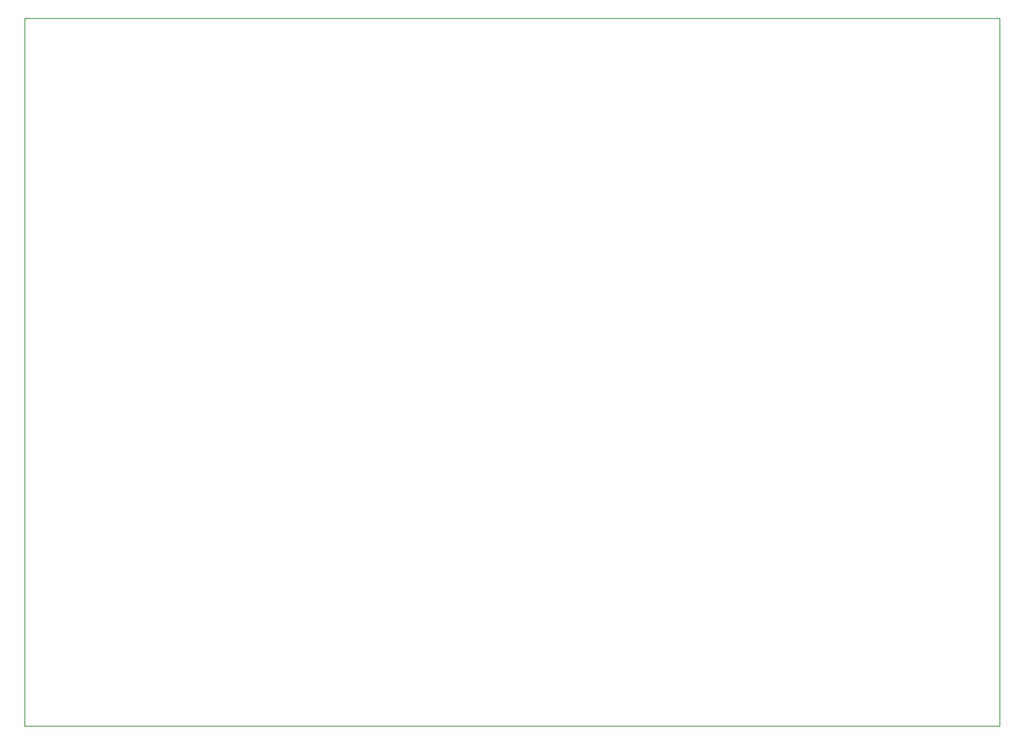
<source format=gbr>
%TF.GenerationSoftware,KiCad,Pcbnew,7.0.9*%
%TF.CreationDate,2024-02-19T11:32:55-03:00*%
%TF.ProjectId,iSTF,69535446-2e6b-4696-9361-645f70636258,rev?*%
%TF.SameCoordinates,Original*%
%TF.FileFunction,Profile,NP*%
%FSLAX46Y46*%
G04 Gerber Fmt 4.6, Leading zero omitted, Abs format (unit mm)*
G04 Created by KiCad (PCBNEW 7.0.9) date 2024-02-19 11:32:55*
%MOMM*%
%LPD*%
G01*
G04 APERTURE LIST*
%TA.AperFunction,Profile*%
%ADD10C,0.100000*%
%TD*%
G04 APERTURE END LIST*
D10*
X96700000Y-61932111D02*
X201120000Y-61932111D01*
X201120000Y-137802111D01*
X96700000Y-137802111D01*
X96700000Y-61932111D01*
M02*

</source>
